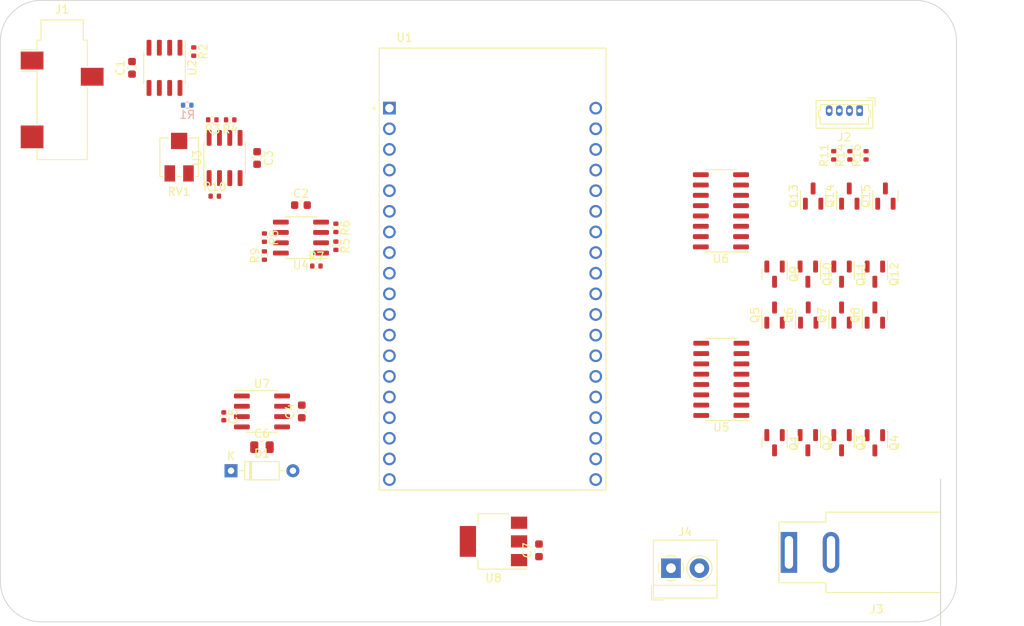
<source format=kicad_pcb>
(kicad_pcb (version 20221018) (generator pcbnew)
  (layers (0 "F.Cu" signal) (31 "B.Cu" signal) (34 "B.Paste" user) (35 "F.Paste" user) (36 "B.SilkS" user "B.Silkscreen") (37 "F.SilkS" user "F.Silkscreen") (38 "B.Mask" user) (39 "F.Mask" user) (44 "Edge.Cuts" user))
  (net 0 "")
  (net 1 "-12V")
  (net 2 "+12V")
  (net 3 "Net-(U7-CAP+)")
  (net 4 "Net-(U7-CAP-)")
  (net 5 "GND")
  (net 6 "+5V")
  (net 7 "Net-(U2B-+)")
  (net 8 "Net-(U2A-+)")
  (net 9 "Net-(J2-Pin_1)")
  (net 10 "Net-(J2-Pin_2)")
  (net 11 "Net-(J2-Pin_3)")
  (net 12 "Net-(Q1-B)")
  (net 13 "LEDS_1_R")
  (net 14 "+3.3V")
  (net 15 "Net-(Q2-B)")
  (net 16 "PWM_OUT_1")
  (net 17 "Net-(Q3-B)")
  (net 18 "PWM_OUT_2")
  (net 19 "Net-(Q4-B)")
  (net 20 "PWM_OUT_3")
  (net 21 "Net-(Q5-B)")
  (net 22 "LEDS_1_G")
  (net 23 "Net-(Q6-B)")
  (net 24 "Net-(Q7-B)")
  (net 25 "Net-(Q8-B)")
  (net 26 "Net-(Q9-B)")
  (net 27 "LEDS_1_B")
  (net 28 "Net-(Q10-B)")
  (net 29 "Net-(Q11-B)")
  (net 30 "Net-(Q12-B)")
  (net 31 "Net-(U2B--)")
  (net 32 "Net-(U3B--)")
  (net 33 "Net-(U2A--)")
  (net 34 "Net-(R3-Pad1)")
  (net 35 "Net-(R3-Pad2)")
  (net 36 "Net-(U4A-+)")
  (net 37 "Net-(U4B--)")
  (net 38 "Net-(U4A--)")
  (net 39 "Net-(R8-Pad2)")
  (net 40 "Net-(U3A--)")
  (net 41 "ADC_IN")
  (net 46 "SHREG_INPUT")
  (net 47 "SHREG_CLK")
  (net 48 "STREG_CLK")
  (net 49 "SHREG_CLR")
  (net 67 "Net-(U5-QH')")
  (footprint "Package_TO_SOT_SMD:SOT-223-3_TabPin2" (layer "F.Cu") (at 109.1 115.9 180)
    (fp_text reference "U8" (at 0 -4.5) (layer "F.SilkS"))
    (fp_text value "AMS1117-5.0")
    (pad "1" smd rect (at -3.15 -2.3 180) (size 2 1.5) (layers "F.Cu" "F.Paste" "F.Mask") (net 5 "GND"))
    (pad "2" smd rect (at -3.15 0 180) (size 2 1.5) (layers "F.Cu" "F.Paste" "F.Mask") (net 6 "+5V"))
    (pad "2" smd rect (at 3.15 0 180) (size 2 3.8) (layers "F.Cu" "F.Paste" "F.Mask") (net 6 "+5V"))
    (pad "3" smd rect (at -3.15 2.3 180) (size 2 1.5) (layers "F.Cu" "F.Paste" "F.Mask") (net 2 "+12V"))
  )
  (footprint "Capacitor_SMD:C_0402_1005Metric" (layer "F.Cu") (at 75.9 100.5 -90)
    (fp_text reference "C5" (at 0 -1.16 90) (layer "F.SilkS"))
    (fp_text value "10uF")
    (pad "1" smd roundrect (at -0.48 0 270) (size 0.56 0.62) (layers "F.Cu" "F.Paste" "F.Mask") (net 3 "Net-(U7-CAP+)"))
    (pad "2" smd roundrect (at 0.48 0 270) (size 0.56 0.62) (layers "F.Cu" "F.Paste" "F.Mask") (net 4 "Net-(U7-CAP-)"))
  )
  (footprint "Resistor_SMD:R_0402_1005Metric" (layer "F.Cu") (at 87.3 82)
    (fp_text reference "R7" (at 0 -1.17) (layer "F.SilkS"))
    (fp_text value "100k")
    (pad "1" smd roundrect (at -0.51 0) (size 0.54 0.64) (layers "F.Cu" "F.Paste" "F.Mask") (net 37 "Net-(U4B--)"))
    (pad "2" smd roundrect (at 0.51 0) (size 0.54 0.64) (layers "F.Cu" "F.Paste" "F.Mask") (net 38 "Net-(U4A--)"))
  )
  (footprint "Package_TO_SOT_SMD:SOT-23" (layer "F.Cu") (at 151.95 103.75 -90)
    (fp_text reference "Q3" (at 0 -2.4 90) (layer "F.SilkS"))
    (fp_text value "MMBT3904")
    (pad "1" smd roundrect (at -0.9375 -0.95 270) (size 1.475 0.6) (layers "F.Cu" "F.Paste" "F.Mask") (net 17 "Net-(Q3-B)"))
    (pad "2" smd roundrect (at -0.9375 0.95 270) (size 1.475 0.6) (layers "F.Cu" "F.Paste" "F.Mask") (net 27 "LEDS_1_B"))
    (pad "3" smd roundrect (at 0.9375 0 270) (size 1.475 0.6) (layers "F.Cu" "F.Paste" "F.Mask") (net 18 "PWM_OUT_2"))
  )
  (footprint "Package_SO:SOIC-8_3.9x4.9mm_P1.27mm" (layer "F.Cu") (at 76 68.7 90)
    (fp_text reference "U3" (at 0 -3.4 90) (layer "F.SilkS"))
    (fp_text value "LM358")
    (pad "1" smd roundrect (at -2.475 -1.905 90) (size 1.95 0.6) (layers "F.Cu" "F.Paste" "F.Mask") (net 41 "ADC_IN"))
    (pad "2" smd roundrect (at -2.475 -0.635 90) (size 1.95 0.6) (layers "F.Cu" "F.Paste" "F.Mask") (net 40 "Net-(U3A--)"))
    (pad "3" smd roundrect (at -2.475 0.635 90) (size 1.95 0.6) (layers "F.Cu" "F.Paste" "F.Mask") (net 5 "GND"))
    (pad "4" smd roundrect (at -2.475 1.905 90) (size 1.95 0.6) (layers "F.Cu" "F.Paste" "F.Mask") (net 2 "+12V"))
    (pad "5" smd roundrect (at 2.475 1.905 90) (size 1.95 0.6) (layers "F.Cu" "F.Paste" "F.Mask") (net 5 "GND"))
    (pad "6" smd roundrect (at 2.475 0.635 90) (size 1.95 0.6) (layers "F.Cu" "F.Paste" "F.Mask") (net 32 "Net-(U3B--)"))
    (pad "7" smd roundrect (at 2.475 -0.635 90) (size 1.95 0.6) (layers "F.Cu" "F.Paste" "F.Mask") (net 34 "Net-(R3-Pad1)"))
    (pad "8" smd roundrect (at 2.475 -1.905 90) (size 1.95 0.6) (layers "F.Cu" "F.Paste" "F.Mask") (net 1 "-12V"))
  )
  (footprint "Package_TO_SOT_SMD:SOT-23" (layer "F.Cu") (at 156.05 88.0375 90)
    (fp_text reference "Q8" (at 0 -2.4 90) (layer "F.SilkS"))
    (fp_text value "MMBT3904")
    (pad "1" smd roundrect (at -0.9375 -0.95 90) (size 1.475 0.6) (layers "F.Cu" "F.Paste" "F.Mask") (net 25 "Net-(Q8-B)"))
    (pad "2" smd roundrect (at -0.9375 0.95 90) (size 1.475 0.6) (layers "F.Cu" "F.Paste" "F.Mask") (net 22 "LEDS_1_G"))
    (pad "3" smd roundrect (at 0.9375 0 90) (size 1.475 0.6) (layers "F.Cu" "F.Paste" "F.Mask") (net 20 "PWM_OUT_3"))
  )
  (footprint "Package_SO:SOIC-16_3.9x9.9mm_P1.27mm" (layer "F.Cu") (at 137.1 75.2 180)
    (fp_text reference "U6" (at 0 -5.9) (layer "F.SilkS"))
    (fp_text value "74HC595")
    (pad "1" smd roundrect (at -2.475 -4.445 180) (size 1.95 0.6) (layers "F.Cu" "F.Paste" "F.Mask") (net 28 "Net-(Q10-B)"))
    (pad "2" smd roundrect (at -2.475 -3.175 180) (size 1.95 0.6) (layers "F.Cu" "F.Paste" "F.Mask") (net 29 "Net-(Q11-B)"))
    (pad "3" smd roundrect (at -2.475 -1.905 180) (size 1.95 0.6) (layers "F.Cu" "F.Paste" "F.Mask") (net 30 "Net-(Q12-B)"))
    (pad "4" smd roundrect (at -2.475 -0.635 180) (size 1.95 0.6) (layers "F.Cu" "F.Paste" "F.Mask"))
    (pad "5" smd roundrect (at -2.475 0.635 180) (size 1.95 0.6) (layers "F.Cu" "F.Paste" "F.Mask"))
    (pad "6" smd roundrect (at -2.475 1.905 180) (size 1.95 0.6) (layers "F.Cu" "F.Paste" "F.Mask"))
    (pad "7" smd roundrect (at -2.475 3.175 180) (size 1.95 0.6) (layers "F.Cu" "F.Paste" "F.Mask"))
    (pad "8" smd roundrect (at -2.475 4.445 180) (size 1.95 0.6) (layers "F.Cu" "F.Paste" "F.Mask") (net 5 "GND"))
    (pad "9" smd roundrect (at 2.475 4.445 180) (size 1.95 0.6) (layers "F.Cu" "F.Paste" "F.Mask"))
    (pad "10" smd roundrect (at 2.475 3.175 180) (size 1.95 0.6) (layers "F.Cu" "F.Paste" "F.Mask") (net 49 "SHREG_CLR"))
    (pad "11" smd roundrect (at 2.475 1.905 180) (size 1.95 0.6) (layers "F.Cu" "F.Paste" "F.Mask") (net 47 "SHREG_CLK"))
    (pad "12" smd roundrect (at 2.475 0.635 180) (size 1.95 0.6) (layers "F.Cu" "F.Paste" "F.Mask") (net 48 "STREG_CLK"))
    (pad "13" smd roundrect (at 2.475 -0.635 180) (size 1.95 0.6) (layers "F.Cu" "F.Paste" "F.Mask") (net 5 "GND"))
    (pad "14" smd roundrect (at 2.475 -1.905 180) (size 1.95 0.6) (layers "F.Cu" "F.Paste" "F.Mask") (net 67 "Net-(U5-QH')"))
    (pad "15" smd roundrect (at 2.475 -3.175 180) (size 1.95 0.6) (layers "F.Cu" "F.Paste" "F.Mask") (net 26 "Net-(Q9-B)"))
    (pad "16" smd roundrect (at 2.475 -4.445 180) (size 1.95 0.6) (layers "F.Cu" "F.Paste" "F.Mask") (net 14 "+3.3V"))
  )
  (footprint "Capacitor_SMD:C_0603_1608Metric" (layer "F.Cu") (at 85.5 99.9 90)
    (fp_text reference "C4" (at 0 -1.43 90) (layer "F.SilkS"))
    (fp_text value "10u")
    (pad "1" smd roundrect (at -0.775 0 90) (size 0.9 0.95) (layers "F.Cu" "F.Paste" "F.Mask") (net 1 "-12V"))
    (pad "2" smd roundrect (at 0.775 0 90) (size 0.9 0.95) (layers "F.Cu" "F.Paste" "F.Mask") (net 2 "+12V"))
  )
  (footprint "Resistor_SMD:R_0402_1005Metric" (layer "F.Cu") (at 154.965 68.375 90)
    (fp_text reference "R16" (at 0 -1.17 90) (layer "F.SilkS"))
    (fp_text value "100k")
    (pad "1" smd roundrect (at -0.51 0 90) (size 0.54 0.64) (layers "F.Cu" "F.Paste" "F.Mask") (net 13 "LEDS_1_R"))
    (pad "2" smd roundrect (at 0.51 0 90) (size 0.54 0.64) (layers "F.Cu" "F.Paste" "F.Mask") (net 5 "GND"))
  )
  (footprint "Connector_Molex:Molex_PicoBlade_53047-0410_1x04_P1.25mm_Vertical" (layer "F.Cu") (at 154.175 62.875 180)
    (fp_text reference "J2" (at 1.88 -3.25) (layer "F.SilkS"))
    (fp_text value "Conn_01x04_Pin")
    (pad "1" thru_hole roundrect (at 0 0 180) (size 0.8 1.3) (drill 0.5) (layers "*.Cu" "*.Mask") (net 9 "Net-(J2-Pin_1)"))
    (pad "2" thru_hole oval (at 1.25 0 180) (size 0.8 1.3) (drill 0.5) (layers "*.Cu" "*.Mask") (net 10 "Net-(J2-Pin_2)"))
    (pad "3" thru_hole oval (at 2.5 0 180) (size 0.8 1.3) (drill 0.5) (layers "*.Cu" "*.Mask") (net 11 "Net-(J2-Pin_3)"))
    (pad "4" thru_hole oval (at 3.75 0 180) (size 0.8 1.3) (drill 0.5) (layers "*.Cu" "*.Mask") (net 2 "+12V"))
  )
  (footprint "Resistor_SMD:R_0402_1005Metric" (layer "F.Cu") (at 80.9 80.71 90)
    (fp_text reference "R9" (at 0 -1.17 90) (layer "F.SilkS"))
    (fp_text value "100k")
    (pad "1" smd roundrect (at -0.51 0 90) (size 0.54 0.64) (layers "F.Cu" "F.Paste" "F.Mask") (net 40 "Net-(U3A--)"))
    (pad "2" smd roundrect (at 0.51 0 90) (size 0.54 0.64) (layers "F.Cu" "F.Paste" "F.Mask") (net 39 "Net-(R8-Pad2)"))
  )
  (footprint "Resistor_SMD:R_0402_1005Metric" (layer "F.Cu") (at 74.79 73.4)
    (fp_text reference "R10" (at 0 -1.17) (layer "F.SilkS"))
    (fp_text value "100k")
    (pad "1" smd roundrect (at -0.51 0) (size 0.54 0.64) (layers "F.Cu" "F.Paste" "F.Mask") (net 41 "ADC_IN"))
    (pad "2" smd roundrect (at 0.51 0) (size 0.54 0.64) (layers "F.Cu" "F.Paste" "F.Mask") (net 40 "Net-(U3A--)"))
  )
  (footprint "Package_SO:SOIC-8_3.9x4.9mm_P1.27mm" (layer "F.Cu") (at 85.4 78.5 180)
    (fp_text reference "U4" (at 0 -3.4) (layer "F.SilkS"))
    (fp_text value "LM358")
    (pad "1" smd roundrect (at -2.475 -1.905 180) (size 1.95 0.6) (layers "F.Cu" "F.Paste" "F.Mask") (net 38 "Net-(U4A--)"))
    (pad "2" smd roundrect (at -2.475 -0.635 180) (size 1.95 0.6) (layers "F.Cu" "F.Paste" "F.Mask") (net 38 "Net-(U4A--)"))
    (pad "3" smd roundrect (at -2.475 0.635 180) (size 1.95 0.6) (layers "F.Cu" "F.Paste" "F.Mask") (net 36 "Net-(U4A-+)"))
    (pad "4" smd roundrect (at -2.475 1.905 180) (size 1.95 0.6) (layers "F.Cu" "F.Paste" "F.Mask") (net 2 "+12V"))
    (pad "5" smd roundrect (at 2.475 1.905 180) (size 1.95 0.6) (layers "F.Cu" "F.Paste" "F.Mask") (net 5 "GND"))
    (pad "6" smd roundrect (at 2.475 0.635 180) (size 1.95 0.6) (layers "F.Cu" "F.Paste" "F.Mask") (net 37 "Net-(U4B--)"))
    (pad "7" smd roundrect (at 2.475 -0.635 180) (size 1.95 0.6) (layers "F.Cu" "F.Paste" "F.Mask") (net 39 "Net-(R8-Pad2)"))
    (pad "8" smd roundrect (at 2.475 -1.905 180) (size 1.95 0.6) (layers "F.Cu" "F.Paste" "F.Mask") (net 1 "-12V"))
  )
  (footprint "Resistor_SMD:R_0402_1005Metric" (layer "F.Cu") (at 76.69 64 180)
    (fp_text reference "R4" (at 0 -1.17) (layer "F.SilkS"))
    (fp_text value "100k")
    (pad "1" smd roundrect (at -0.51 0 180) (size 0.54 0.64) (layers "F.Cu" "F.Paste" "F.Mask") (net 32 "Net-(U3B--)"))
    (pad "2" smd roundrect (at 0.51 0 180) (size 0.54 0.64) (layers "F.Cu" "F.Paste" "F.Mask") (net 34 "Net-(R3-Pad1)"))
  )
  (footprint "Package_TO_SOT_SMD:SOT-23" (layer "F.Cu") (at 143.7 83 -90)
    (fp_text reference "Q9" (at 0 -2.4 90) (layer "F.SilkS"))
    (fp_text value "MMBT3904")
    (pad "1" smd roundrect (at -0.9375 -0.95 270) (size 1.475 0.6) (layers "F.Cu" "F.Paste" "F.Mask") (net 26 "Net-(Q9-B)"))
    (pad "2" smd roundrect (at -0.9375 0.95 270) (size 1.475 0.6) (layers "F.Cu" "F.Paste" "F.Mask") (net 13 "LEDS_1_R"))
    (pad "3" smd roundrect (at 0.9375 0 270) (size 1.475 0.6) (layers "F.Cu" "F.Paste" "F.Mask") (net 14 "+3.3V"))
  )
  (footprint "Package_TO_SOT_SMD:SOT-23" (layer "F.Cu") (at 156.05 83 -90)
    (fp_text reference "Q12" (at 0 -2.4 90) (layer "F.SilkS"))
    (fp_text value "MMBT3904")
    (pad "1" smd roundrect (at -0.9375 -0.95 270) (size 1.475 0.6) (layers "F.Cu" "F.Paste" "F.Mask") (net 30 "Net-(Q12-B)"))
    (pad "2" smd roundrect (at -0.9375 0.95 270) (size 1.475 0.6) (layers "F.Cu" "F.Paste" "F.Mask") (net 13 "LEDS_1_R"))
    (pad "3" smd roundrect (at 0.9375 0 270) (size 1.475 0.6) (layers "F.Cu" "F.Paste" "F.Mask") (net 20 "PWM_OUT_3"))
  )
  (footprint "Capacitor_SMD:C_0603_1608Metric" (layer "F.Cu") (at 64.6 57.6 90)
    (fp_text reference "C1" (at 0 -1.43 90) (layer "F.SilkS"))
    (fp_text value "100n")
    (pad "1" smd roundrect (at -0.775 0 90) (size 0.9 0.95) (layers "F.Cu" "F.Paste" "F.Mask") (net 1 "-12V"))
    (pad "2" smd roundrect (at 0.775 0 90) (size 0.9 0.95) (layers "F.Cu" "F.Paste" "F.Mask") (net 2 "+12V"))
  )
  (footprint "Diode_THT:D_DO-35_SOD27_P7.62mm_Horizontal" (layer "F.Cu") (at 76.79 107.2)
    (fp_text reference "D1" (at 3.81 -2.12) (layer "F.SilkS"))
    (fp_text value "1N914")
    (fp_text user "K" (at 0 -1.8) (layer "F.SilkS"))
    (pad "1" thru_hole rect (at 0 0) (size 1.6 1.6) (drill 0.8) (layers "*.Cu" "*.Mask") (net 5 "GND"))
    (pad "2" thru_hole oval (at 7.62 0) (size 1.6 1.6) (drill 0.8) (layers "*.Cu" "*.Mask") (net 1 "-12V"))
  )
  (footprint "Potentiometer_SMD:Potentiometer_Bourns_3314J_Vertical" (layer "F.Cu") (at 70.4 68.6 180)
    (fp_text reference "RV1" (at 0 -4.25) (layer "F.SilkS"))
    (fp_text value "100k")
    (pad "1" smd rect (at 1.15 -2 180) (size 1.3 2) (layers "F.Cu" "F.Paste" "F.Mask") (net 35 "Net-(R3-Pad2)"))
    (pad "2" smd rect (at 0 2 180) (size 2 2) (layers "F.Cu" "F.Paste" "F.Mask") (net 5 "GND"))
    (pad "3" smd rect (at -1.15 -2 180) (size 1.3 2) (layers "F.Cu" "F.Paste" "F.Mask") (net 40 "Net-(U3A--)"))
  )
  (footprint "Resistor_SMD:R_0402_1005Metric" (layer "F.Cu") (at 72.2 55.6 -90)
    (fp_text reference "R2" (at 0 -1.17 90) (layer "F.SilkS"))
    (fp_text value "100k")
    (pad "1" smd roundrect (at -0.51 0 270) (size 0.54 0.64) (layers "F.Cu" "F.Paste" "F.Mask") (net 33 "Net-(U2A--)"))
    (pad "2" smd roundrect (at 0.51 0 270) (size 0.54 0.64) (layers "F.Cu" "F.Paste" "F.Mask") (net 32 "Net-(U3B--)"))
  )
  (footprint "Package_SO:SOIC-16_3.9x9.9mm_P1.27mm" (layer "F.Cu") (at 137.15 95.95 180)
    (fp_text reference "U5" (at 0 -5.9) (layer "F.SilkS"))
    (fp_text value "74HC595")
    (pad "1" smd roundrect (at -2.475 -4.445 180) (size 1.95 0.6) (layers "F.Cu" "F.Paste" "F.Mask") (net 15 "Net-(Q2-B)"))
    (pad "2" smd roundrect (at -2.475 -3.175 180) (size 1.95 0.6) (layers "F.Cu" "F.Paste" "F.Mask") (net 17 "Net-(Q3-B)"))
    (pad "3" smd roundrect (at -2.475 -1.905 180) (size 1.95 0.6) (layers "F.Cu" "F.Paste" "F.Mask") (net 19 "Net-(Q4-B)"))
    (pad "4" smd roundrect (at -2.475 -0.635 180) (size 1.95 0.6) (layers "F.Cu" "F.Paste" "F.Mask") (net 25 "Net-(Q8-B)"))
    (pad "5" smd roundrect (at -2.475 0.635 180) (size 1.95 0.6) (layers "F.Cu" "F.Paste" "F.Mask") (net 24 "Net-(Q7-B)"))
    (pad "6" smd roundrect (at -2.475 1.905 180) (size 1.95 0.6) (layers "F.Cu" "F.Paste" "F.Mask") (net 23 "Net-(Q6-B)"))
    (pad "7" smd roundrect (at -2.475 3.175 180) (size 1.95 0.6) (layers "F.Cu" "F.Paste" "F.Mask") (net 21 "Net-(Q5-B)"))
    (pad "8" smd roundrect (at -2.475 4.445 180) (size 1.95 0.6) (layers "F.Cu" "F.Paste" "F.Mask") (net 5 "GND"))
    (pad "9" smd roundrect (at 2.475 4.445 180) (size 1.95 0.6) (layers "F.Cu" "F.Paste" "F.Mask") (net 67 "Net-(U5-QH')"))
    (pad "10" smd roundrect (at 2.475 3.175 180) (size 1.95 0.6) (layers "F.Cu" "F.Paste" "F.Mask") (net 49 "SHREG_CLR"))
    (pad "11" smd roundrect (at 2.475 1.905 180) (size 1.95 0.6) (layers "F.Cu" "F.Paste" "F.Mask") (net 47 "SHREG_CLK"))
    (pad "12" smd roundrect (at 2.475 0.635 180) (size 1.95 0.6) (layers "F.Cu" "F.Paste" "F.Mask") (net 48 "STREG_CLK"))
    (pad "13" smd roundrect (at 2.475 -0.635 180) (size 1.95 0.6) (layers "F.Cu" "F.Paste" "F.Mask") (net 5 "GND"))
    (pad "14" smd roundrect (at 2.475 -1.905 180) (size 1.95 0.6) (layers "F.Cu" "F.Paste" "F.Mask") (net 46 "SHREG_INPUT"))
    (pad "15" smd roundrect (at 2.475 -3.175 180) (size 1.95 0.6) (layers "F.Cu" "F.Paste" "F.Mask") (net 12 "Net-(Q1-B)"))
    (pad "16" smd roundrect (at 2.475 -4.445 180) (size 1.95 0.6) (layers "F.Cu" "F.Paste" "F.Mask") (net 14 "+3.3V"))
  )
  (footprint "Package_SO:SOIC-8_3.9x4.9mm_P1.27mm" (layer "F.Cu") (at 80.6 99.9)
    (fp_text reference "U7" (at 0 -3.4) (layer "F.SilkS"))
    (fp_text value "ICL7660")
    (pad "1" smd roundrect (at -2.475 -1.905) (size 1.95 0.6) (layers "F.Cu" "F.Paste" "F.Mask"))
    (pad "2" smd roundrect (at -2.475 -0.635) (size 1.95 0.6) (layers "F.Cu" "F.Paste" "F.Mask") (net 3 "Net-(U7-CAP+)"))
    (pad "3" smd roundrect (at -2.475 0.635) (size 1.95 0.6) (layers "F.Cu" "F.Paste" "F.Mask") (net 5 "GND"))
    (pad "4" smd roundrect (at -2.475 1.905) (size 1.95 0.6) (layers "F.Cu" "F.Paste" "F.Mask") (net 4 "Net-(U7-CAP-)"))
    (pad "5" smd roundrect (at 2.475 1.905) (size 1.95 0.6) (layers "F.Cu" "F.Paste" "F.Mask") (net 1 "-12V"))
    (pad "6" smd roundrect (at 2.475 0.635) (size 1.95 0.6) (layers "F.Cu" "F.Paste" "F.Mask"))
    (pad "7" smd roundrect (at 2.475 -0.635) (size 1.95 0.6) (layers "F.Cu" "F.Paste" "F.Mask"))
    (pad "8" smd roundrect (at 2.475 -1.905) (size 1.95 0.6) (layers "F.Cu" "F.Paste" "F.Mask") (net 2 "+12V"))
  )
  (footprint "Package_SO:SOIC-8_3.9x4.9mm_P1.27mm" (layer "F.Cu") (at 68.6 57.6 -90)
    (fp_text reference "U2" (at 0 -3.4 90) (layer "F.SilkS"))
    (fp_text value "LM358")
    (pad "1" smd roundrect (at -2.475 -1.905 270) (size 1.95 0.6) (layers "F.Cu" "F.Paste" "F.Mask") (net 33 "Net-(U2A--)"))
    (pad "2" smd roundrect (at -2.475 -0.635 270) (size 1.95 0.6) (layers "F.Cu" "F.Paste" "F.Mask") (net 33 "Net-(U2A--)"))
    (pad "3" smd roundrect (at -2.475 0.635 270) (size 1.95 0.6) (layers "F.Cu" "F.Paste" "F.Mask") (net 8 "Net-(U2A-+)"))
    (pad "4" smd roundrect (at -2.475 1.905 270) (size 1.95 0.6) (layers "F.Cu" "F.Paste" "F.Mask") (net 2 "+12V"))
    (pad "5" smd roundrect (at 2.475 1.905 270) (size 1.95 0.6) (layers "F.Cu" "F.Paste" "F.Mask") (net 7 "Net-(U2B-+)"))
    (pad "6" smd roundrect (at 2.475 0.635 270) (size 1.95 0.6) (layers "F.Cu" "F.Paste" "F.Mask") (net 31 "Net-(U2B--)"))
    (pad "7" smd roundrect (at 2.475 -0.635 270) (size 1.95 0.6) (layers "F.Cu" "F.Paste" "F.Mask") (net 31 "Net-(U2B--)"))
    (pad "8" smd roundrect (at 2.475 -1.905 270) (size 1.95 0.6) (layers "F.Cu" "F.Paste" "F.Mask") (net 1 "-12V"))
  )
  (footprint "Capacitor_SMD:C_0603_1608Metric" (layer "F.Cu") (at 114.7 117 90)
    (fp_text reference "C7" (at 0 -1.43 90) (layer "F.SilkS"))
    (fp_text value "10u")
    (pad "1" smd roundrect (at -0.775 0 90) (size 0.9 0.95) (layers "F.Cu" "F.Paste" "F.Mask") (net 5 "GND"))
    (pad "2" smd roundrect (at 0.775 0 90) (size 0.9 0.95) (layers "F.Cu" "F.Paste" "F.Mask") (net 6 "+5V"))
  )
  (footprint "Package_TO_SOT_SMD:SOT-23" (layer "F.Cu") (at 151.95 88.0375 90)
    (fp_text reference "Q7" (at 0 -2.4 90) (layer "F.SilkS"))
    (fp_text value "MMBT3904")
    (pad "1" smd roundrect (at -0.9375 -0.95 90) (size 1.475 0.6) (layers "F.Cu" "F.Paste" "F.Mask") (net 24 "Net-(Q7-B)"))
    (pad "2" smd roundrect (at -0.9375 0.95 90) (size 1.475 0.6) (layers "F.Cu" "F.Paste" "F.Mask") (net 22 "LEDS_1_G"))
    (pad "3" smd roundrect (at 0.9375 0 90) (size 1.475 0.6) (layers "F.Cu" "F.Paste" "F.Mask") (net 18 "PWM_OUT_2"))
  )
  (footprint "Package_TO_SOT_SMD:SOT-23" (layer "F.Cu") (at 152.9 73.3875 90)
    (fp_text reference "Q14" (at 0 -2.4 90) (layer "F.SilkS"))
    (fp_text value "AO3400A")
    (pad "1" smd roundrect (at -0.9375 -0.95 90) (size 1.475 0.6) (layers "F.Cu" "F.Paste" "F.Mask") (net 22 "LEDS_1_G"))
    (pad "2" smd roundrect (at -0.9375 0.95 90) (size 1.475 0.6) (layers "F.Cu" "F.Paste" "F.Mask") (net 5 "GND"))
    (pad "3" smd roundrect (at 0.9375 0 90) (size 1.475 0.6) (layers "F.Cu" "F.Paste" "F.Mask") (net 10 "Net-(J2-Pin_2)"))
  )
  (footprint "Capacitor_SMD:C_0805_2012Metric" (layer "F.Cu") (at 80.6 104.3)
    (fp_text reference "C6" (at 0 -1.68) (layer "F.SilkS"))
    (fp_text value "10uF")
    (pad "1" smd roundrect (at -0.95 0) (size 1 1.45) (layers "F.Cu" "F.Paste" "F.Mask") (net 5 "GND"))
    (pad "2" smd roundrect (at 0.95 0) (size 1 1.45) (layers "F.Cu" "F.Paste" "F.Mask") (net 1 "-12V"))
  )
  (footprint "Resistor_SMD:R_0402_1005Metric" (layer "F.Cu") (at 74.49 64 180)
    (fp_text reference "R3" (at 0 -1.17) (layer "F.SilkS"))
    (fp_text value "10k")
    (pad "1" smd roundrect (at -0.51 0 180) (size 0.54 0.64) (layers "F.Cu" "F.Paste" "F.Mask") (net 34 "Net-(R3-Pad1)"))
    (pad "2" smd roundrect (at 0.51 0 180) (size 0.54 0.64) (layers "F.Cu" "F.Paste" "F.Mask") (net 35 "Net-(R3-Pad2)"))
  )
  (footprint "Capacitor_SMD:C_0603_1608Metric" (layer "F.Cu") (at 80 68.7 -90)
    (fp_text reference "C3" (at 0 -1.43 90) (layer "F.SilkS"))
    (fp_text value "100n")
    (pad "1" smd roundrect (at -0.775 0 270) (size 0.9 0.95) (layers "F.Cu" "F.Paste" "F.Mask") (net 1 "-12V"))
    (pad "2" smd roundrect (at 0.775 0 270) (size 0.9 0.95) (layers "F.Cu" "F.Paste" "F.Mask") (net 2 "+12V"))
  )
  (footprint "Package_TO_SOT_SMD:SOT-23" (layer "F.Cu") (at 151.95 83 -90)
    (fp_text reference "Q11" (at 0 -2.4 90) (layer "F.SilkS"))
    (fp_text value "MMBT3904")
    (pad "1" smd roundrect (at -0.9375 -0.95 270) (size 1.475 0.6) (layers "F.Cu" "F.Paste" "F.Mask") (net 29 "Net-(Q11-B)"))
    (pad "2" smd roundrect (at -0.9375 0.95 270) (size 1.475 0.6) (layers "F.Cu" "F.Paste" "F.Mask") (net 13 "LEDS_1_R"))
    (pad "3" smd roundrect (at 0.9375 0 270) (size 1.475 0.6) (layers "F.Cu" "F.Paste" "F.Mask") (net 18 "PWM_OUT_2"))
  )
  (footprint "Package_TO_SOT_SMD:SOT-23" (layer "F.Cu") (at 143.7 103.75 -90)
    (fp_text reference "Q1" (at 0 -2.4 90) (layer "F.SilkS"))
    (fp_text value "MMBT3904")
    (pad "1" smd roundrect (at -0.9375 -0.95 270) (size 1.475 0.6) (layers "F.Cu" "F.Paste" "F.Mask") (net 12 "Net-(Q1-B)"))
    (pad "2" smd roundrect (at -0.9375 0.95 270) (size 1.475 0.6) (layers "F.Cu" "F.Paste" "F.Mask") (net 27 "LEDS_1_B"))
    (pad "3" smd roundrect (at 0.9375 0 270) (size 1.475 0.6) (layers "F.Cu" "F.Paste" "F.Mask") (net 14 "+3.3V"))
  )
  (footprint "TerminalBlock_4Ucon:TerminalBlock_4Ucon_1x02_P3.50mm_Horizontal" (layer "F.Cu") (at 130.95 119.2)
    (fp_text reference "J4" (at 1.75 -4.46) (layer "F.SilkS"))
    (fp_text value "Screw_Terminal_01x02")
    (pad "1" thru_hole rect (at 0 0) (size 2.4 2.4) (drill 1.2) (layers "*.Cu" "*.Mask") (net 2 "+12V"))
    (pad "2" thru_hole circle (at 3.5 0) (size 2.4 2.4) (drill 1.2) (layers "*.Cu" "*.Mask") (net 5 "GND"))
  )
  (footprint "Connector_BarrelJack:BarrelJack_SwitchcraftConxall_RAPC10U_Horizontal" (layer "F.Cu") (at 145.47 117.25 180)
    (fp_text reference "J3" (at -10.8 -7) (layer "F.SilkS"))
    (fp_text value "Barrel_Jack")
    (fp_line (start -18.67 -9) (end -18.67 9) (stroke (width 0.12)) (layer "Edge.Cuts"))
    (pad "1" thru_hole rect (at 0 0 180) (size 2.02 5.02) (drill oval 1.02 4.02) (layers "*.Cu" "*.Mask") (net 2 "+12V"))
    (pad "2" thru_hole oval (at -5.18 0 180) (size 2.02 5.02) (drill oval 1.02 4.02) (layers "*.Cu" "*.Mask") (net 5 "GND"))
  )
  (footprint "Package_TO_SOT_SMD:SOT-23" (layer "F.Cu") (at 143.7 88.0375 90)
    (fp_text reference "Q5" (at 0 -2.4 90) (layer "F.SilkS"))
    (fp_text value "MMBT3904")
    (pad "1" smd roundrect (at -0.9375 -0.95 90) (size 1.475 0.6) (layers "F.Cu" "F.Paste" "F.Mask") (net 21 "Net-(Q5-B)"))
    (pad "2" smd roundrect (at -0.9375 0.95 90) (size 1.475 0.6) (layers "F.Cu" "F.Paste" "F.Mask") (net 22 "LEDS_1_G"))
    (pad "3" smd roundrect (at 0.9375 0 90) (size 1.475 0.6) (layers "F.Cu" "F.Paste" "F.Mask") (net 14 "+3.3V"))
  )
  (footprint "Resistor_SMD:R_0402_1005Metric" (layer "F.Cu") (at 80.9 78.5 -90)
    (fp_text reference "R8" (at 0 -1.17 90) (layer "F.SilkS"))
    (fp_text value "100k")
    (pad "1" smd roundrect (at -0.51 0 270) (size 0.54 0.64) (layers "F.Cu" "F.Paste" "F.Mask") (net 37 "Net-(U4B--)"))
    (pad "2" smd roundrect (at 0.51 0 270) (size 0.54 0.64) (layers "F.Cu" "F.Paste" "F.Mask") (net 39 "Net-(R8-Pad2)"))
  )
  (footprint "Resistor_SMD:R_0402_1005Metric" (layer "F.Cu") (at 89.7 77.3 -90)
    (fp_text reference "R6" (at 0 -1.17 90) (layer "F.SilkS"))
    (fp_text value "100k")
    (pad "1" smd roundrect (at -0.51 0 270) (size 0.54 0.64) (layers "F.Cu" "F.Paste" "F.Mask") (net 5 "GND"))
    (pad "2" smd roundrect (at 0.51 0 270) (size 0.54 0.64) (layers "F.Cu" "F.Paste" "F.Mask") (net 36 "Net-(U4A-+)"))
  )
  (footprint "Package_TO_SOT_SMD:SOT-23" (layer "F.Cu") (at 147.85 88.0375 90)
    (fp_text reference "Q6" (at 0 -2.4 90) (layer "F.SilkS"))
    (fp_text value "MMBT3904")
    (pad "1" smd roundrect (at -0.9375 -0.95 90) (size 1.475 0.6) (layers "F.Cu" "F.Paste" "F.Mask") (net 23 "Net-(Q6-B)"))
    (pad "2" smd roundrect (at -0.9375 0.95 90) (size 1.475 0.6) (layers "F.Cu" "F.Paste" "F.Mask") (net 22 "LEDS_1_G"))
    (pad "3" smd roundrect (at 0.9375 0 90) (size 1.475 0.6) (layers "F.Cu" "F.Paste" "F.Mask") (net 16 "PWM_OUT_1"))
  )
  (footprint "Capacitor_SMD:C_0603_1608Metric" (layer "F.Cu") (at 85.4 74.5)
    (fp_text reference "C2" (at 0 -1.43) (layer "F.SilkS"))
    (fp_text value "100n")
    (pad "1" smd roundrect (at -0.775 0) (size 0.9 0.95) (layers "F.Cu" "F.Paste" "F.Mask") (net 1 "-12V"))
    (pad "2" smd roundrect (at 0.775 0) (size 0.9 0.95) (layers "F.Cu" "F.Paste" "F.Mask") (net 2 "+12V"))
  )
  (footprint "Package_TO_SOT_SMD:SOT-23" (layer "F.Cu") (at 148.45 73.3875 90)
    (fp_text reference "Q13" (at 0 -2.4 90) (layer "F.SilkS"))
    (fp_text value "AO3400A")
    (pad "1" smd roundrect (at -0.9375 -0.95 90) (size 1.475 0.6) (layers "F.Cu" "F.Paste" "F.Mask") (net 13 "LEDS_1_R"))
    (pad "2" smd roundrect (at -0.9375 0.95 90) (size 1.475 0.6) (layers "F.Cu" "F.Paste" "F.Mask") (net 5 "GND"))
    (pad "3" smd roundrect (at 0.9375 0 90) (size 1.475 0.6) (layers "F.Cu" "F.Paste" "F.Mask") (net 11 "Net-(J2-Pin_3)"))
  )
  (footprint "Resistor_SMD:R_0402_1005Metric" (layer "F.Cu") (at 150.985 68.375 90)
    (fp_text reference "R11" (at 0 -1.17 90) (layer "F.SilkS"))
    (fp_text value "100k")
    (pad "1" smd roundrect (at -0.51 0 90) (size 0.54 0.64) (layers "F.Cu" "F.Paste" "F.Mask") (net 27 "LEDS_1_B"))
    (pad "2" smd roundrect (at 0.51 0 90) (size 0.54 0.64) (layers "F.Cu" "F.Paste" "F.Mask") (net 5 "GND"))
  )
  (footprint "Resistor_SMD:R_0402_1005Metric" (layer "F.Cu") (at 89.7 79.5 -90)
    (fp_text reference "R5" (at 0 -1.17 90) (layer "F.SilkS"))
    (fp_text value "100k")
    (pad "1" smd roundrect (at -0.51 0 270) (size 0.54 0.64) (layers "F.Cu" "F.Paste" "F.Mask") (net 36 "Net-(U4A-+)"))
    (pad "2" smd roundrect (at 0.51 0 270) (size 0.54 0.64) (layers "F.Cu" "F.Paste" "F.Mask") (net 14 "+3.3V"))
  )
  (footprint "Package_TO_SOT_SMD:SOT-23" (layer "F.Cu") (at 147.8 103.75 -90)
    (fp_text reference "Q2" (at 0 -2.4 90) (layer "F.SilkS"))
    (fp_text value "MMBT3904")
    (pad "1" smd roundrect (at -0.9375 -0.95 270) (size 1.475 0.6) (layers "F.Cu" "F.Paste" "F.Mask") (net 15 "Net-(Q2-B)"))
    (pad "2" smd roundrect (at -0.9375 0.95 270) (size 1.475 0.6) (layers "F.Cu" "F.Paste" "F.Mask") (net 27 "LEDS_1_B"))
    (pad "3" smd roundrect (at 0.9375 0 270) (size 1.475 0.6) (layers "F.Cu" "F.Paste" "F.Mask") (net 16 "PWM_OUT_1"))
  )
  (footprint "Package_TO_SOT_SMD:SOT-23" (layer "F.Cu") (at 157.35 73.3875 90)
    (fp_text reference "Q15" (at 0 -2.4 90) (layer "F.SilkS"))
    (fp_text value "AO3400A")
    (pad "1" smd roundrect (at -0.9375 -0.95 90) (size 1.475 0.6) (layers "F.Cu" "F.Paste" "F.Mask") (net 27 "LEDS_1_B"))
    (pad "2" smd roundrect (at -0.9375 0.95 90) (size 1.475 0.6) (layers "F.Cu" "F.Paste" "F.Mask") (net 5 "GND"))
    (pad "3" smd roundrect (at 0.9375 0 90) (size 1.475 0.6) (layers "F.Cu" "F.Paste" "F.Mask") (net 9 "Net-(J2-Pin_1)"))
  )
  (footprint "Resistor_SMD:R_0402_1005Metric" (layer "F.Cu") (at 152.975 68.375 90)
    (fp_text reference "R14" (at 0 -1.17 90) (layer "F.SilkS"))
    (fp_text value "100k")
    (pad "1" smd roundrect (at -0.51 0 90) (size 0.54 0.64) (layers "F.Cu" "F.Paste" "F.Mask") (net 22 "LEDS_1_G"))
    (pad "2" smd roundrect (at 0.51 0 90) (size 0.54 0.64) (layers "F.Cu" "F.Paste" "F.Mask") (net 5 "GND"))
  )
  (footprint "ESP32-DEVKITC-32D:MODULE_ESP32-DEVKITC-32D" (layer "F.Cu") (at 108.9875 82.325)
    (fp_text reference "U1" (at -10.829175 -28.446045) (layer "F.SilkS") (effects (font (size 1.000386 1.000386))))
    (fp_text value "ESP32-DEVKITC-32D")
    (pad "J2-1" thru_hole rect (at -12.7 -19.76) (size 1.56 1.56) (drill 1.04) (layers "*.Cu" "*.Mask") (net 14 "+3.3V"))
    (pad "J2-2" thru_hole circle (at -12.7 -17.22) (size 1.56 1.56) (drill 1.04) (layers "*.Cu" "*.Mask"))
    (pad "J2-3" thru_hole circle (at -12.7 -14.68) (size 1.56 1.56) (drill 1.04) (layers "*.Cu" "*.Mask"))
    (pad "J2-4" thru_hole circle (at -12.7 -12.14) (size 1.56 1.56) (drill 1.04) (layers "*.Cu" "*.Mask"))
    (pad "J2-5" thru_hole circle (at -12.7 -9.6) (size 1.56 1.56) (drill 1.04) (layers "*.Cu" "*.Mask") (net 41 "ADC_IN"))
    (pad "J2-6" thru_hole circle (at -12.7 -7.06) (size 1.56 1.56) (drill 1.04) (layers "*.Cu" "*.Mask"))
    (pad "J2-7" thru_hole circle (at -12.7 -4.52) (size 1.56 1.56) (drill 1.04) (layers "*.Cu" "*.Mask"))
    (pad "J2-8" thru_hole circle (at -12.7 -1.98) (size 1.56 1.56) (drill 1.04) (layers "*.Cu" "*.Mask"))
    (pad "J2-9" thru_hole circle (at -12.7 0.56) (size 1.56 1.56) (drill 1.04) (layers "*.Cu" "*.Mask"))
    (pad "J2-10" thru_hole circle (at -12.7 3.1) (size 1.56 1.56) (drill 1.04) (layers "*.Cu" "*.Mask"))
    (pad "J2-11" thru_hole circle (at -12.7 5.64) (size 1.56 1.56) (drill 1.04) (layers "*.Cu" "*.Mask"))
    (pad "J2-12" thru_hole circle (at -12.7 8.18) (size 1.56 1.56) (drill 1.04) (layers "*.Cu" "*.Mask"))
    (pad "J2-13" thru_hole circle (at -12.7 10.72) (size 1.56 1.56) (drill 1.04) (layers "*.Cu" "*.Mask"))
    (pad "J2-14" thru_hole circle (at -12.7 13.26) (size 1.56 1.56) (drill 1.04) (layers "*.Cu" "*.Mask") (net 5 "GND"))
    (pad "J2-15" thru_hole circle (at -12.7 15.8) (size 1.56 1.56) (drill 1.04) (layers "*.Cu" "*.Mask"))
    (pad "J2-16" thru_hole circle (at -12.7 18.34) (size 1.56 1.56) (drill 1.04) (layers "*.Cu" "*.Mask"))
    (pad "J2-17" thru_hole circle (at -12.7 20.88) (size 1.56 1.56) (drill 1.04) (layers "*.Cu" "*.Mask"))
    (pad "J2-18" thru_hole circle (at -12.7 23.42) (size 1.56 1.56) (drill 1.04) (layers "*.Cu" "*.Mask"))
    (pad "J2-19" thru_hole circle (at -12.7 25.96) (size 1.56 1.56) (drill 1.04) (layers "*.Cu" "*.Mask") (net 6 "+5V"))
    (pad "J3-1" thru_hole circle (at 12.7 -19.76) (size 1.56 1.56) (drill 1.04) (layers "*.Cu" "*.Mask") (net 5 "GND"))
    (pad "J3-2" thru_hole circle (at 12.7 -17.22) (size 1.56 1.56) (drill 1.04) (layers "*.Cu" "*.Mask"))
    (pad "J3-3" thru_hole circle (at 12.7 -14.68) (size 1.56 1.56) (drill 1.04) (layers "*.Cu" "*.Mask"))
    (pad "J3-4" thru_hole circle (at 12.7 -12.14) (size 1.56 1.56) (drill 1.04) (layers "*.Cu" "*.Mask"))
    (pad "J3-5" thru_hole circle (at 12.7 -9.6) (size 1.56 1.56) (drill 1.04) (layers "*.Cu" "*.Mask"))
    (pad "J3-6" thru_hole circle (at 12.7 -7.06) (size 1.56 1.56) (drill 1.04) (layers "*.Cu" "*.Mask"))
    (pad "J3-7" thru_hole circle (at 12.7 -4.52) (size 1.56 1.56) (drill 1.04) (layers "*.Cu" "*.Mask") (net 5 "GND"))
    (pad "J3-8" thru_hole circle (at 12.7 -1.98) (size 1.56 1.56) (drill 1.04) (layers "*.Cu" "*.Mask") (net 49 "SHREG_CLR"))
    (pad "J3-9" thru_hole circle (at 12.7 0.56) (size 1.56 1.56) (drill 1.04) (layers "*.Cu" "*.Mask") (net 48 "STREG_CLK"))
    (pad "J3-10" thru_hole circle (at 12.7 3.1) (size 1.56 1.56) (drill 1.04) (layers "*.Cu" "*.Mask") (net 47 "SHREG_CLK"))
    (pad "J3-11" thru_hole circle (at 12.7 5.64) (size 1.56 1.56) (drill 1.04) (layers "*.Cu" "*.Mask") (net 46 "SHREG_INPUT"))
    (pad "J3-12" thru_hole circle (at 12.7 8.18) (size 1.56 1.56) (drill 1.04) (layers "*.Cu" "*.Mask"))
    (pad "J3-13" thru_hole circle (at 12.7 10.72) (size 1.56 1.56) (drill 1.04) (layers "*.Cu" "*.Mask") (net 20 "PWM_OUT_3"))
    (pad "J3-14" thru_hole circle (at 12.7 13.26) (size 1.56 1.56) (drill 1.04) (layers "*.Cu" "*.Mask") (net 18 "PWM_OUT_2"))
    (pad "J3-15" thru_hole circle (at 12.7 15.8) (size 1.56 1.56) (drill 1.04) (layers "*.Cu" "*.Mask") (net 16 "PWM_OUT_1"))
    (pad "J3-16" thru_hole circle (at 12.7 18.34) (size 1.56 1.56) (drill 1.04) (layers "*.Cu" "*.Mask"))
    (pad "J3-17" thru_hole circle (at 12.7 20.88) (size 1.56 1.56) (drill 1.04) (layers "*.Cu" "*.Mask"))
    (pad "J3-18" thru_hole circle (at 12.7 23.42) (size 1.56 1.56) (drill 1.04) (layers "*.Cu" "*.Mask"))
    (pad "J3-19" thru_hole circle (at 12.7 25.96) (size 1.56 1.56) (drill 1.04) (layers "*.Cu" "*.Mask"))
  )
  (footprint "Connector_Audio:Jack_3.5mm_CUI_SJ-3523-SMT_Horizontal" (layer "F.Cu") (at 56 60.3)
    (fp_text reference "J1" (at 0 -9.9) (layer "F.SilkS"))
    (fp_text value "AudioJack3")
    (pad "" np_thru_hole circle (at 0 -2.5) (size 1.7 1.7) (drill 1.7) (layers "*.Cu" "*.Mask"))
    (pad "" np_thru_hole circle (at 0 4.5) (size 1.7 1.7) (drill 1.7) (layers "*.Cu" "*.Mask"))
    (pad "R" smd rect (at 3.7 -1.6) (size 2.8 2.2) (layers "F.Cu" "F.Paste" "F.Mask") (net 7 "Net-(U2B-+)"))
    (pad "S" smd rect (at -3.7 -3.6) (size 2.8 2.2) (layers "F.Cu" "F.Paste" "F.Mask") (net 8 "Net-(U2A-+)"))
    (pad "T" smd rect (at -3.7 5.8) (size 2.8 2.8) (layers "F.Cu" "F.Paste" "F.Mask") (net 5 "GND"))
  )
  (footprint "Package_TO_SOT_SMD:SOT-23" (layer "F.Cu") (at 147.8 83 -90)
    (fp_text reference "Q10" (at 0 -2.4 90) (layer "F.SilkS"))
    (fp_text value "MMBT3904")
    (pad "1" smd roundrect (at -0.9375 -0.95 270) (size 1.475 0.6) (layers "F.Cu" "F.Paste" "F.Mask") (net 28 "Net-(Q10-B)"))
    (pad "2" smd roundrect (at -0.9375 0.95 270) (size 1.475 0.6) (layers "F.Cu" "F.Paste" "F.Mask") (net 13 "LEDS_1_R"))
    (pad "3" smd roundrect (at 0.9375 0 270) (size 1.475 0.6) (layers "F.Cu" "F.Paste" "F.Mask") (net 16 "PWM_OUT_1"))
  )
  (footprint "Package_TO_SOT_SMD:SOT-23" (layer "F.Cu") (at 156.05 103.7625 -90)
    (fp_text reference "Q4" (at 0 -2.4 90) (layer "F.SilkS"))
    (fp_text value "MMBT3904")
    (pad "1" smd roundrect (at -0.9375 -0.95 270) (size 1.475 0.6) (layers "F.Cu" "F.Paste" "F.Mask") (net 19 "Net-(Q4-B)"))
    (pad "2" smd roundrect (at -0.9375 0.95 270) (size 1.475 0.6) (layers "F.Cu" "F.Paste" "F.Mask") (net 27 "LEDS_1_B"))
    (pad "3" smd roundrect (at 0.9375 0 270) (size 1.475 0.6) (layers "F.Cu" "F.Paste" "F.Mask") (net 20 "PWM_OUT_3"))
  )
  (footprint "Resistor_SMD:R_0402_1005Metric" (layer "B.Cu") (at 71.4 62.2)
    (fp_text reference "R1" (at 0 1.17) (layer "B.SilkS") (effects (justify mirror)))
    (fp_text value "100k")
    (pad "1" smd roundrect (at -0.51 0) (size 0.54 0.64) (layers "B.Cu" "B.Paste" "B.Mask") (net 31 "Net-(U2B--)"))
    (pad "2" smd roundrect (at 0.51 0) (size 0.54 0.64) (layers "B.Cu" "B.Paste" "B.Mask") (net 32 "Net-(U3B--)"))
  )
  (gr_arc (start 53.4 125.8) (mid 49.864466 124.335534) (end 48.4 120.8) (stroke (width 0.1)) (layer "Edge.Cuts"))
  (gr_arc (start 166.1 120.8) (mid 164.635534 124.335534) (end 161.1 125.8) (stroke (width 0.1)) (layer "Edge.Cuts"))
  (gr_line (start 161.1 125.8) (end 53.4 125.8) (stroke (width 0.1)) (layer "Edge.Cuts"))
  (gr_arc (start 161.1 49.3) (mid 164.635534 50.764466) (end 166.1 54.3) (stroke (width 0.1)) (layer "Edge.Cuts"))
  (gr_line (start 48.4 120.8) (end 48.4 54.3) (stroke (width 0.1)) (layer "Edge.Cuts"))
  (gr_line (start 53.4 49.3) (end 161.1 49.3) (stroke (width 0.1)) (layer "Edge.Cuts"))
  (gr_arc (start 48.4 54.3) (mid 49.864466 50.764466) (end 53.4 49.3) (stroke (width 0.1)) (layer "Edge.Cuts"))
  (gr_line (start 166.1 54.3) (end 166.1 120.8) (stroke (width 0.1)) (layer "Edge.Cuts"))
)
</source>
